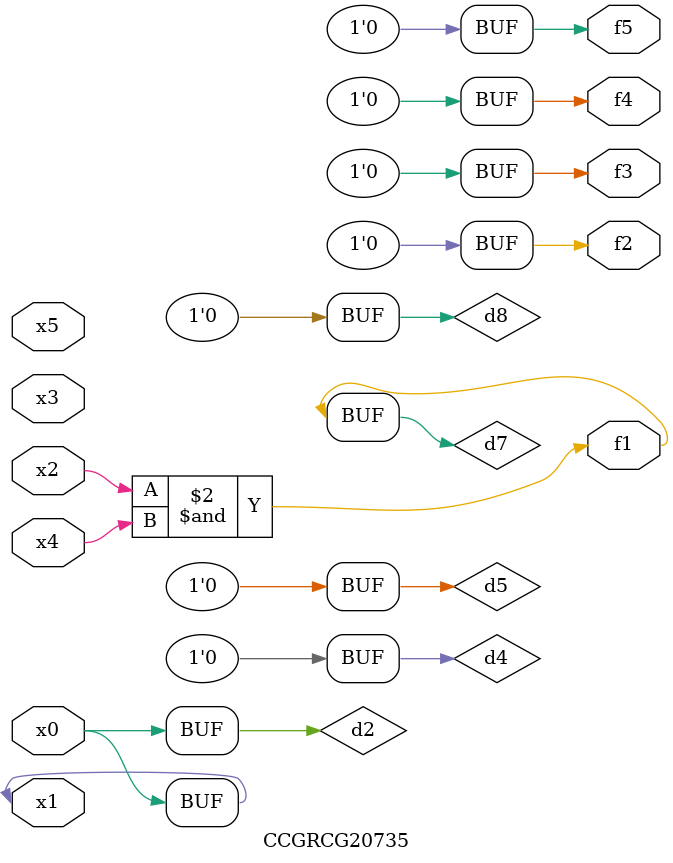
<source format=v>
module CCGRCG20735(
	input x0, x1, x2, x3, x4, x5,
	output f1, f2, f3, f4, f5
);

	wire d1, d2, d3, d4, d5, d6, d7, d8, d9;

	nand (d1, x1);
	buf (d2, x0, x1);
	nand (d3, x2, x4);
	and (d4, d1, d2);
	and (d5, d1, d2);
	nand (d6, d1, d3);
	not (d7, d3);
	xor (d8, d5);
	nor (d9, d5, d6);
	assign f1 = d7;
	assign f2 = d8;
	assign f3 = d8;
	assign f4 = d8;
	assign f5 = d8;
endmodule

</source>
